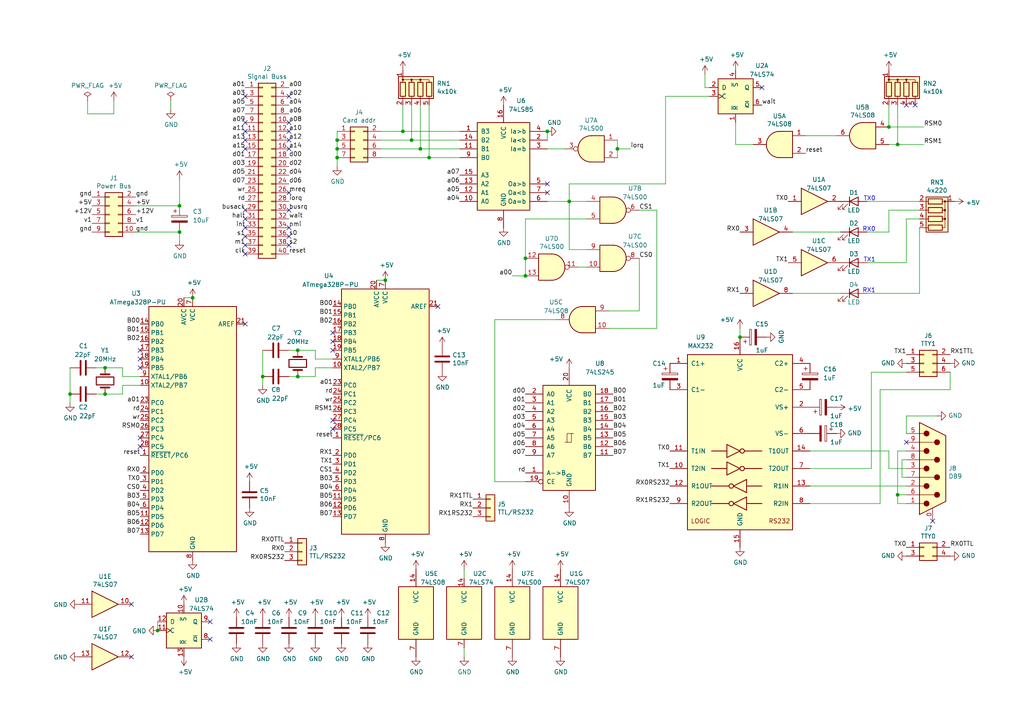
<source format=kicad_sch>
(kicad_sch (version 20211123) (generator eeschema)
  (paper "A4")
  (title_block (title "Serial Communication Card for Z80 Modular Computer") (comment 1 "250kbps (maximum speed).") (comment 2 "Each port can be configured to work on a different baud rate. The initial setup is 8N1,") (comment 3 "work with RS232 or TTL signal. Due to limited space, only TTY0 has a DB9 connector.") (comment 4 "This card has two independent serial ports. Each port can be configured via jumper to "))
  (junction (at 124.46 45.72))
  (junction (at 214.63 97.79))
  (junction (at 86.36 101.6))
  (junction (at 30.48 114.3))
  (junction (at 116.84 38.1))
  (junction (at 179.07 43.18))
  (junction (at 97.79 43.18))
  (junction (at 257.81 36.83))
  (junction (at 55.88 86.36))
  (junction (at 158.75 38.1))
  (junction (at 52.07 59.69))
  (junction (at 30.48 106.68))
  (junction (at 260.35 41.91))
  (junction (at 20.32 114.3))
  (junction (at 52.07 67.31))
  (junction (at 152.4 80.01))
  (junction (at 165.1 58.42))
  (junction (at 260.35 143.51))
  (junction (at 45.72 182.88))
  (junction (at 97.79 45.72))
  (junction (at 97.79 40.64))
  (junction (at 111.76 81.28))
  (junction (at 119.38 40.64))
  (junction (at 76.2 109.22))
  (junction (at 86.36 109.22))
  (junction (at 152.4 74.93))
  (junction (at 121.92 43.18))
  (no_connect (at 40.64 104.14))
  (no_connect (at 60.96 185.42))
  (no_connect (at 96.52 96.52))
  (no_connect (at 71.12 68.58))
  (no_connect (at 158.75 53.34))
  (no_connect (at 270.51 151.13))
  (no_connect (at 265.43 30.48))
  (no_connect (at 71.12 27.94))
  (no_connect (at 158.75 55.88))
  (no_connect (at 83.82 43.18))
  (no_connect (at 71.12 40.64))
  (no_connect (at 83.82 55.88))
  (no_connect (at 71.12 71.12))
  (no_connect (at 71.12 43.18))
  (no_connect (at 38.1 175.26))
  (no_connect (at 60.96 180.34))
  (no_connect (at 71.12 93.98))
  (no_connect (at 71.12 60.96))
  (no_connect (at 71.12 35.56))
  (no_connect (at 83.82 40.64))
  (no_connect (at 96.52 124.46))
  (no_connect (at 83.82 27.94))
  (no_connect (at 40.64 129.54))
  (no_connect (at 83.82 60.96))
  (no_connect (at 83.82 35.56))
  (no_connect (at 96.52 101.6))
  (no_connect (at 71.12 66.04))
  (no_connect (at 83.82 71.12))
  (no_connect (at 262.89 30.48))
  (no_connect (at 71.12 73.66))
  (no_connect (at 38.1 190.5))
  (no_connect (at 83.82 68.58))
  (no_connect (at 262.89 128.27))
  (no_connect (at 71.12 63.5))
  (no_connect (at 40.64 106.68))
  (no_connect (at 220.98 25.4))
  (no_connect (at 40.64 101.6))
  (no_connect (at 96.52 99.06))
  (no_connect (at 83.82 38.1))
  (no_connect (at 71.12 38.1))
  (no_connect (at 127 88.9))
  (no_connect (at 40.64 127))
  (no_connect (at 96.52 121.92))
  (no_connect (at 83.82 66.04))
  (wire (pts (xy 229.87 67.31) (xy 243.84 67.31)))
  (wire (pts (xy 260.35 146.05) (xy 262.89 146.05)))
  (wire (pts (xy 52.07 52.07) (xy 52.07 59.69)))
  (wire (pts (xy 262.89 76.2) (xy 251.46 76.2)))
  (wire (pts (xy 170.18 72.39) (xy 165.1 72.39)))
  (wire (pts (xy 86.36 101.6) (xy 91.44 101.6)))
  (wire (pts (xy 119.38 30.48) (xy 119.38 40.64)))
  (wire (pts (xy 252.73 107.95) (xy 262.89 107.95)))
  (wire (pts (xy 262.89 63.5) (xy 266.7 63.5)))
  (wire (pts (xy 262.89 130.81) (xy 260.35 130.81)))
  (wire (pts (xy 30.48 114.3) (xy 35.56 114.3)))
  (wire (pts (xy 266.7 66.04) (xy 266.7 85.09)))
  (wire (pts (xy 185.42 60.96) (xy 190.5 60.96)))
  (wire (pts (xy 234.95 130.81) (xy 257.81 130.81)))
  (wire (pts (xy 165.1 53.34) (xy 165.1 58.42)))
  (wire (pts (xy 133.35 45.72) (xy 124.46 45.72)))
  (wire (pts (xy 167.64 77.47) (xy 170.18 77.47)))
  (wire (pts (xy 205.74 27.94) (xy 193.04 27.94)))
  (wire (pts (xy 262.89 138.43) (xy 261.62 138.43)))
  (wire (pts (xy 262.89 140.97) (xy 234.95 140.97)))
  (wire (pts (xy 214.63 95.25) (xy 214.63 97.79)))
  (wire (pts (xy 266.7 85.09) (xy 251.46 85.09)))
  (wire (pts (xy 257.81 130.81) (xy 257.81 135.89)))
  (wire (pts (xy 275.59 113.03) (xy 255.27 113.03)))
  (wire (pts (xy 204.47 25.4) (xy 204.47 21.59)))
  (wire (pts (xy 255.27 113.03) (xy 255.27 146.05)))
  (wire (pts (xy 110.49 38.1) (xy 116.84 38.1)))
  (wire (pts (xy 91.44 106.68) (xy 91.44 109.22)))
  (wire (pts (xy 262.89 143.51) (xy 260.35 143.51)))
  (wire (pts (xy 260.35 130.81) (xy 260.35 143.51)))
  (wire (pts (xy 152.4 63.5) (xy 152.4 74.93)))
  (wire (pts (xy 45.72 180.34) (xy 45.72 182.88)))
  (wire (pts (xy 109.22 81.28) (xy 111.76 81.28)))
  (wire (pts (xy 261.62 138.43) (xy 261.62 133.35)))
  (wire (pts (xy 27.94 114.3) (xy 30.48 114.3)))
  (wire (pts (xy 257.81 60.96) (xy 257.81 67.31)))
  (wire (pts (xy 260.35 30.48) (xy 260.35 41.91)))
  (wire (pts (xy 190.5 60.96) (xy 190.5 95.25)))
  (wire (pts (xy 185.42 90.17) (xy 176.53 90.17)))
  (wire (pts (xy 40.64 111.76) (xy 35.56 111.76)))
  (wire (pts (xy 165.1 72.39) (xy 165.1 58.42)))
  (wire (pts (xy 121.92 30.48) (xy 121.92 43.18)))
  (wire (pts (xy 121.92 43.18) (xy 133.35 43.18)))
  (wire (pts (xy 170.18 58.42) (xy 165.1 58.42)))
  (wire (pts (xy 257.81 41.91) (xy 260.35 41.91)))
  (wire (pts (xy 133.35 40.64) (xy 119.38 40.64)))
  (wire (pts (xy 25.4 33.02) (xy 33.02 33.02)))
  (wire (pts (xy 152.4 80.01) (xy 148.59 80.01)))
  (wire (pts (xy 152.4 74.93) (xy 152.4 80.01)))
  (wire (pts (xy 257.81 30.48) (xy 257.81 36.83)))
  (wire (pts (xy 86.36 109.22) (xy 91.44 109.22)))
  (wire (pts (xy 275.59 107.95) (xy 275.59 113.03)))
  (wire (pts (xy 213.36 41.91) (xy 213.36 35.56)))
  (wire (pts (xy 143.51 139.7) (xy 143.51 92.71)))
  (wire (pts (xy 257.81 67.31) (xy 251.46 67.31)))
  (wire (pts (xy 252.73 135.89) (xy 234.95 135.89)))
  (wire (pts (xy 134.62 165.1) (xy 134.62 167.64)))
  (wire (pts (xy 257.81 60.96) (xy 266.7 60.96)))
  (wire (pts (xy 260.35 143.51) (xy 260.35 146.05)))
  (wire (pts (xy 193.04 27.94) (xy 193.04 53.34)))
  (wire (pts (xy 257.81 36.83) (xy 267.97 36.83)))
  (wire (pts (xy 158.75 40.64) (xy 158.75 38.1)))
  (wire (pts (xy 134.62 187.96) (xy 134.62 190.5)))
  (wire (pts (xy 179.07 40.64) (xy 179.07 43.18)))
  (wire (pts (xy 260.35 41.91) (xy 267.97 41.91)))
  (wire (pts (xy 165.1 53.34) (xy 193.04 53.34)))
  (wire (pts (xy 152.4 139.7) (xy 143.51 139.7)))
  (wire (pts (xy 262.89 63.5) (xy 262.89 76.2)))
  (wire (pts (xy 53.34 86.36) (xy 55.88 86.36)))
  (wire (pts (xy 110.49 43.18) (xy 121.92 43.18)))
  (wire (pts (xy 119.38 40.64) (xy 110.49 40.64)))
  (wire (pts (xy 124.46 45.72) (xy 110.49 45.72)))
  (wire (pts (xy 25.4 29.21) (xy 25.4 33.02)))
  (wire (pts (xy 76.2 101.6) (xy 76.2 109.22)))
  (wire (pts (xy 179.07 43.18) (xy 179.07 45.72)))
  (wire (pts (xy 158.75 43.18) (xy 163.83 43.18)))
  (wire (pts (xy 20.32 106.68) (xy 20.32 114.3)))
  (wire (pts (xy 40.64 109.22) (xy 35.56 109.22)))
  (wire (pts (xy 251.46 58.42) (xy 266.7 58.42)))
  (wire (pts (xy 20.32 114.3) (xy 20.32 116.84)))
  (wire (pts (xy 30.48 106.68) (xy 35.56 106.68)))
  (wire (pts (xy 97.79 40.64) (xy 97.79 43.18)))
  (wire (pts (xy 83.82 109.22) (xy 86.36 109.22)))
  (wire (pts (xy 76.2 109.22) (xy 76.2 111.76)))
  (wire (pts (xy 27.94 106.68) (xy 30.48 106.68)))
  (wire (pts (xy 158.75 58.42) (xy 165.1 58.42)))
  (wire (pts (xy 52.07 69.85) (xy 52.07 67.31)))
  (wire (pts (xy 190.5 95.25) (xy 176.53 95.25)))
  (wire (pts (xy 96.52 106.68) (xy 91.44 106.68)))
  (wire (pts (xy 33.02 33.02) (xy 33.02 29.21)))
  (wire (pts (xy 97.79 43.18) (xy 97.79 45.72)))
  (wire (pts (xy 124.46 30.48) (xy 124.46 45.72)))
  (wire (pts (xy 116.84 30.48) (xy 116.84 38.1)))
  (wire (pts (xy 35.56 109.22) (xy 35.56 106.68)))
  (wire (pts (xy 170.18 63.5) (xy 152.4 63.5)))
  (wire (pts (xy 271.78 120.65) (xy 262.89 120.65)))
  (wire (pts (xy 262.89 120.65) (xy 262.89 125.73)))
  (wire (pts (xy 97.79 45.72) (xy 97.79 48.26)))
  (wire (pts (xy 179.07 43.18) (xy 182.88 43.18)))
  (wire (pts (xy 97.79 38.1) (xy 97.79 40.64)))
  (wire (pts (xy 49.53 29.21) (xy 49.53 31.75)))
  (wire (pts (xy 252.73 107.95) (xy 252.73 135.89)))
  (wire (pts (xy 96.52 104.14) (xy 91.44 104.14)))
  (wire (pts (xy 257.81 135.89) (xy 262.89 135.89)))
  (wire (pts (xy 205.74 25.4) (xy 204.47 25.4)))
  (wire (pts (xy 116.84 38.1) (xy 133.35 38.1)))
  (wire (pts (xy 35.56 111.76) (xy 35.56 114.3)))
  (wire (pts (xy 218.44 41.91) (xy 213.36 41.91)))
  (wire (pts (xy 234.95 146.05) (xy 255.27 146.05)))
  (wire (pts (xy 143.51 92.71) (xy 161.29 92.71)))
  (wire (pts (xy 52.07 59.69) (xy 39.37 59.69)))
  (wire (pts (xy 91.44 104.14) (xy 91.44 101.6)))
  (wire (pts (xy 261.62 133.35) (xy 262.89 133.35)))
  (wire (pts (xy 83.82 101.6) (xy 86.36 101.6)))
  (wire (pts (xy 185.42 74.93) (xy 185.42 90.17)))
  (wire (pts (xy 233.68 39.37) (xy 242.57 39.37)))
  (wire (pts (xy 52.07 67.31) (xy 39.37 67.31)))
  (wire (pts (xy 229.87 85.09) (xy 243.84 85.09)))
  (text "RX1" (at 254 85.09 180) (effects (font (size 1.27 1.27)) (justify right bottom)))
  (text "RX0" (at 254 67.31 180) (effects (font (size 1.27 1.27)) (justify right bottom)))
  (text "TX1" (at 254 76.2 180) (effects (font (size 1.27 1.27)) (justify right bottom)))
  (text "TX0" (at 254 58.42 180) (effects (font (size 1.27 1.27)) (justify right bottom)))
  (label "d05" (at 71.12 50.8 180))
  (label "RX0" (at 40.64 137.16 180))
  (label "d06" (at 152.4 129.54 180))
  (label "d00" (at 152.4 114.3 180))
  (label "CS0" (at 40.64 142.24 180))
  (label "reset" (at 83.82 73.66 0))
  (label "v1" (at 26.67 64.77 180))
  (label "gnd" (at 26.67 67.31 180))
  (label "rd" (at 71.12 58.42 180))
  (label "iorq" (at 83.82 58.42 0))
  (label "CS0" (at 185.42 74.93 0))
  (label "busack" (at 71.12 60.96 180))
  (label "gnd" (at 39.37 67.31 0))
  (label "a06" (at 83.82 33.02 0))
  (label "+12V" (at 39.37 62.23 0))
  (label "a01" (at 96.52 111.76 180))
  (label "a12" (at 83.82 40.64 0))
  (label "RX1RS232" (at 137.16 149.86 180))
  (label "B05" (at 40.64 149.86 180))
  (label "wr" (at 71.12 55.88 180))
  (label "d03" (at 152.4 121.92 180))
  (label "a05" (at 133.35 55.88 180))
  (label "a00" (at 83.82 25.4 0))
  (label "CS1" (at 96.52 137.16 180))
  (label "RSM0" (at 267.97 36.83 0))
  (label "a07" (at 71.12 33.02 180))
  (label "RX1" (at 96.52 132.08 180))
  (label "B03" (at 40.64 144.78 180))
  (label "s0" (at 83.82 68.58 0))
  (label "TX1" (at 96.52 134.62 180))
  (label "int" (at 71.12 66.04 180))
  (label "TX1" (at 194.31 135.89 180))
  (label "B03" (at 96.52 139.7 180))
  (label "a01" (at 40.64 116.84 180))
  (label "TX1" (at 228.6 76.2 180))
  (label "B05" (at 177.8 127 0))
  (label "RX1" (at 214.63 85.09 180))
  (label "wr" (at 96.52 116.84 180))
  (label "mreq" (at 83.82 55.88 0))
  (label "a05" (at 71.12 30.48 180))
  (label "d02" (at 83.82 48.26 0))
  (label "RX0RS232" (at 82.55 162.56 180))
  (label "+12V" (at 26.67 62.23 180))
  (label "B04" (at 177.8 124.46 0))
  (label "B01" (at 40.64 96.52 180))
  (label "d03" (at 71.12 48.26 180))
  (label "+5V" (at 39.37 59.69 0))
  (label "B07" (at 96.52 149.86 180))
  (label "TX0" (at 194.31 130.81 180))
  (label "reset" (at 233.68 44.45 0))
  (label "B02" (at 177.8 119.38 0))
  (label "RX0" (at 214.63 67.31 180))
  (label "a15" (at 71.12 43.18 180))
  (label "TX0" (at 40.64 139.7 180))
  (label "a08" (at 83.82 35.56 0))
  (label "rd" (at 152.4 137.16 180))
  (label "rd" (at 40.64 119.38 180))
  (label "a10" (at 83.82 38.1 0))
  (label "RX0TTL" (at 82.55 157.48 180))
  (label "s1" (at 71.12 68.58 180))
  (label "d00" (at 83.82 45.72 0))
  (label "RX1RS232" (at 194.31 146.05 180))
  (label "+5V" (at 26.67 59.69 180))
  (label "wait" (at 83.82 63.5 0))
  (label "gnd" (at 26.67 57.15 180))
  (label "a11" (at 71.12 38.1 180))
  (label "B04" (at 40.64 147.32 180))
  (label "a01" (at 71.12 25.4 180))
  (label "B07" (at 177.8 132.08 0))
  (label "RSM1" (at 267.97 41.91 0))
  (label "RX1TTL" (at 137.16 144.78 180))
  (label "d04" (at 152.4 124.46 180))
  (label "a04" (at 83.82 30.48 0))
  (label "RX0TTL" (at 275.59 158.75 0))
  (label "B00" (at 96.52 88.9 180))
  (label "TX1" (at 262.89 102.87 180))
  (label "a09" (at 71.12 35.56 180))
  (label "d01" (at 71.12 45.72 180))
  (label "B04" (at 96.52 142.24 180))
  (label "a13" (at 71.12 40.64 180))
  (label "v1" (at 39.37 64.77 0))
  (label "wr" (at 40.64 121.92 180))
  (label "RX1TTL" (at 275.59 102.87 0))
  (label "a00" (at 148.59 80.01 180))
  (label "B01" (at 177.8 116.84 0))
  (label "m1" (at 71.12 71.12 180))
  (label "RX0" (at 82.55 160.02 180))
  (label "wait" (at 220.98 30.48 0))
  (label "iorq" (at 182.88 43.18 0))
  (label "B07" (at 40.64 154.94 180))
  (label "RSM1" (at 96.52 119.38 180))
  (label "TX0" (at 262.89 158.75 180))
  (label "B01" (at 96.52 91.44 180))
  (label "d04" (at 83.82 50.8 0))
  (label "RSM0" (at 40.64 124.46 180))
  (label "d02" (at 152.4 119.38 180))
  (label "reset" (at 96.52 127 180))
  (label "a04" (at 133.35 58.42 180))
  (label "B03" (at 177.8 121.92 0))
  (label "reset" (at 40.64 132.08 180))
  (label "d05" (at 152.4 127 180))
  (label "TX0" (at 228.6 58.42 180))
  (label "clk" (at 71.12 73.66 180))
  (label "RX0RS232" (at 194.31 140.97 180))
  (label "a07" (at 133.35 50.8 180))
  (label "halt" (at 71.12 63.5 180))
  (label "d06" (at 83.82 53.34 0))
  (label "nmi" (at 83.82 66.04 0))
  (label "d07" (at 152.4 132.08 180))
  (label "a03" (at 71.12 27.94 180))
  (label "d01" (at 152.4 116.84 180))
  (label "RX1" (at 137.16 147.32 180))
  (label "B06" (at 40.64 152.4 180))
  (label "B06" (at 177.8 129.54 0))
  (label "s2" (at 83.82 71.12 0))
  (label "a06" (at 133.35 53.34 180))
  (label "a02" (at 83.82 27.94 0))
  (label "rd" (at 96.52 114.3 180))
  (label "B05" (at 96.52 144.78 180))
  (label "a14" (at 83.82 43.18 0))
  (label "d07" (at 71.12 53.34 180))
  (label "B02" (at 96.52 93.98 180))
  (label "busrq" (at 83.82 60.96 0))
  (label "B00" (at 177.8 114.3 0))
  (label "B06" (at 96.52 147.32 180))
  (label "B00" (at 40.64 93.98 180))
  (label "gnd" (at 39.37 57.15 0))
  (label "CS1" (at 185.42 60.96 0))
  (label "B02" (at 40.64 99.06 180))
  (symbol (lib_id "Connector_Generic:Conn_02x05_Odd_Even") (at 31.75 62.23 0) (unit 1)
    (property "Reference" "J1" (at 33.02 51.6382 0))
    (property "Value" "Power Bus" (at 33.02 53.9496 0))
    (property "Footprint" "Connector_PinHeader_2.54mm:PinHeader_2x05_P2.54mm_Vertical" (effects hide))
  )
  (symbol (lib_id "Connector_Generic:Conn_02x20_Odd_Even") (at 76.2 48.26 0) (unit 1)
    (property "Reference" "J2" (at 77.47 19.8882 0))
    (property "Value" "Signal Buss" (at 77.47 22.1996 0))
    (property "Footprint" "Connector_PinHeader_2.54mm:PinHeader_2x20_P2.54mm_Vertical" (effects hide))
  )
  (symbol (lib_id "power:+5V") (at 52.07 52.07 0) (unit 1)
    (property "Reference" "#PWR08" (effects hide))
    (property "Value" "+5V" (at 52.451 47.6758 0))
  )
  (symbol (lib_id "power:GND") (at 52.07 69.85 0) (unit 1)
    (property "Reference" "#PWR09" (effects hide))
    (property "Value" "GND" (at 52.197 74.2442 0))
  )
  (symbol (lib_id "power:PWR_FLAG") (at 25.4 29.21 0) (unit 1)
    (property "Reference" "#FLG01" (effects hide))
    (property "Value" "PWR_FLAG" (at 25.4 24.8158 0))
  )
  (symbol (lib_id "power:PWR_FLAG") (at 49.53 29.21 0) (unit 1)
    (property "Reference" "#FLG02" (effects hide))
    (property "Value" "PWR_FLAG" (at 49.53 24.8158 0))
  )
  (symbol (lib_id "power:GND") (at 49.53 31.75 0) (unit 1)
    (property "Reference" "#PWR07" (effects hide))
    (property "Value" "GND" (at 49.657 36.1442 0))
  )
  (symbol (lib_id "power:+5V") (at 33.02 29.21 0) (unit 1)
    (property "Reference" "#PWR05" (effects hide))
    (property "Value" "+5V" (at 33.401 24.8158 0))
  )
  (symbol (lib_id "74xx:74LS07") (at 236.22 58.42 0) (unit 1)
    (property "Reference" "U1" (at 237.49 52.07 0))
    (property "Value" "74LS07" (at 237.49 54.61 0))
    (property "Footprint" "Package_DIP:DIP-14_W7.62mm_Socket_LongPads" (effects hide))
    (property "Datasheet" "www.ti.com/lit/ds/symlink/sn74ls07.pdf" (effects hide))
  )
  (symbol (lib_id "Interface_UART:MAX232") (at 214.63 128.27 0) (unit 1)
    (property "Reference" "U9" (at 203.2 97.79 0))
    (property "Value" "MAX232" (at 203.2 100.33 0))
    (property "Footprint" "Package_DIP:DIP-16_W7.62mm_Socket_LongPads" (effects hide))
    (property "Datasheet" "http://www.ti.com/lit/ds/symlink/max232.pdf" (effects hide))
  )
  (symbol (lib_id "74xx:74LS07") (at 222.25 67.31 0) (unit 2)
    (property "Reference" "U1" (at 223.52 60.96 0))
    (property "Value" "74LS07" (at 223.52 63.5 0))
    (property "Footprint" "Package_DIP:DIP-14_W7.62mm_Socket_LongPads" (effects hide))
    (property "Datasheet" "www.ti.com/lit/ds/symlink/sn74ls07.pdf" (effects hide))
  )
  (symbol (lib_id "74xx:74LS07") (at 236.22 76.2 0) (unit 3)
    (property "Reference" "U1" (at 237.49 69.85 0))
    (property "Value" "74LS07" (at 237.49 72.39 0))
    (property "Footprint" "Package_DIP:DIP-14_W7.62mm_Socket_LongPads" (effects hide))
    (property "Datasheet" "www.ti.com/lit/ds/symlink/sn74ls07.pdf" (effects hide))
  )
  (symbol (lib_id "74xx:74LS07") (at 222.25 85.09 0) (unit 4)
    (property "Reference" "U1" (at 223.52 78.74 0))
    (property "Value" "74LS07" (at 223.52 81.28 0))
    (property "Footprint" "Package_DIP:DIP-14_W7.62mm_Socket_LongPads" (effects hide))
    (property "Datasheet" "www.ti.com/lit/ds/symlink/sn74ls07.pdf" (effects hide))
  )
  (symbol (lib_id "74xx:74LS07") (at 30.48 175.26 0) (unit 5)
    (property "Reference" "U1" (at 30.48 167.2082 0))
    (property "Value" "74LS07" (at 30.48 169.5196 0))
    (property "Footprint" "Package_DIP:DIP-14_W7.62mm_Socket_LongPads" (effects hide))
    (property "Datasheet" "www.ti.com/lit/ds/symlink/sn74ls07.pdf" (effects hide))
  )
  (symbol (lib_id "74xx:74LS07") (at 30.48 190.5 0) (unit 6)
    (property "Reference" "U1" (at 30.48 182.4482 0))
    (property "Value" "74LS07" (at 30.48 184.7596 0))
    (property "Footprint" "Package_DIP:DIP-14_W7.62mm_Socket_LongPads" (effects hide))
    (property "Datasheet" "www.ti.com/lit/ds/symlink/sn74ls07.pdf" (effects hide))
  )
  (symbol (lib_id "74xx:74LS07") (at 162.56 177.8 0) (unit 7)
    (property "Reference" "U1" (at 165.1 166.37 0) (effects (justify left)))
    (property "Value" "74LS07" (at 163.83 168.91 0) (effects (justify left)))
    (property "Footprint" "Package_DIP:DIP-14_W7.62mm_Socket_LongPads" (effects hide))
    (property "Datasheet" "www.ti.com/lit/ds/symlink/sn74ls07.pdf" (effects hide))
  )
  (symbol (lib_id "Device:LED") (at 247.65 58.42 0) (unit 1)
    (property "Reference" "D1" (at 247.65 55.88 0))
    (property "Value" "LED" (at 247.65 60.96 0))
    (property "Footprint" "LED_THT:LED_D3.0mm" (effects hide))
  )
  (symbol (lib_id "Device:LED") (at 247.65 67.31 0) (unit 1)
    (property "Reference" "D2" (at 247.65 64.77 0))
    (property "Value" "LED" (at 247.65 69.85 0))
    (property "Footprint" "LED_THT:LED_D3.0mm" (effects hide))
  )
  (symbol (lib_id "Device:R_Network04") (at 271.78 63.5 270) (unit 1)
    (property "Reference" "RN3" (at 271.78 52.9082 90))
    (property "Value" "4x220" (at 271.78 55.2196 90))
    (property "Footprint" "Resistor_THT:R_Array_SIP5" (effects hide))
    (property "Datasheet" "http://www.vishay.com/docs/31509/csc.pdf" (effects hide))
  )
  (symbol (lib_id "power:+5V") (at 276.86 58.42 270) (unit 1)
    (property "Reference" "#PWR061" (effects hide))
    (property "Value" "+5V" (at 280.1112 58.801 90) (effects (justify left)))
  )
  (symbol (lib_id "power:GND") (at 22.86 175.26 270) (unit 1)
    (property "Reference" "#PWR02" (effects hide))
    (property "Value" "GND" (at 19.6088 175.387 90) (effects (justify right)))
  )
  (symbol (lib_id "power:GND") (at 22.86 190.5 270) (unit 1)
    (property "Reference" "#PWR03" (effects hide))
    (property "Value" "GND" (at 19.6088 190.627 90) (effects (justify right)))
  )
  (symbol (lib_id "Connector:DB9_Male_MountingHoles") (at 270.51 135.89 0) (unit 1)
    (property "Reference" "J8" (at 275.082 135.8392 0) (effects (justify left)))
    (property "Value" "DB9" (at 275.082 138.1506 0) (effects (justify left)))
    (property "Footprint" "Connector_Dsub:DSUB-9_Male_Horizontal_P2.77x2.84mm_EdgePinOffset4.94mm_Housed_MountingHolesOffset7.48mm" (effects hide))
    (property "Datasheet" " ~" (effects hide))
  )
  (symbol (lib_id "power:GND") (at 162.56 190.5 0) (unit 1)
    (property "Reference" "#PWR045" (effects hide))
    (property "Value" "GND" (at 162.687 194.8942 0))
  )
  (symbol (lib_id "power:+5V") (at 162.56 165.1 0) (unit 1)
    (property "Reference" "#PWR044" (effects hide))
    (property "Value" "+5V" (at 162.941 160.7058 0))
  )
  (symbol (lib_id "Device:C") (at 68.58 182.88 0) (unit 1)
    (property "Reference" "C4" (at 71.12 177.8 0) (effects (justify left)))
    (property "Value" "10nF" (at 69.85 180.34 0) (effects (justify left)))
    (property "Footprint" "Capacitor_THT:C_Disc_D3.8mm_W2.6mm_P2.50mm" (effects hide))
  )
  (symbol (lib_id "Device:C") (at 76.2 182.88 0) (unit 1)
    (property "Reference" "C6" (at 78.74 177.8 0) (effects (justify left)))
    (property "Value" "10nF" (at 77.47 180.34 0) (effects (justify left)))
    (property "Footprint" "Capacitor_THT:C_Disc_D3.8mm_W2.6mm_P2.50mm" (effects hide))
  )
  (symbol (lib_id "Device:C") (at 83.82 182.88 0) (unit 1)
    (property "Reference" "C9" (at 86.36 177.8 0) (effects (justify left)))
    (property "Value" "10nF" (at 85.09 180.34 0) (effects (justify left)))
    (property "Footprint" "Capacitor_THT:C_Disc_D3.8mm_W2.6mm_P2.50mm" (effects hide))
  )
  (symbol (lib_id "power:GND") (at 68.58 186.69 0) (unit 1)
    (property "Reference" "#PWR015" (effects hide))
    (property "Value" "GND" (at 68.707 191.0842 0))
  )
  (symbol (lib_id "power:GND") (at 76.2 186.69 0) (unit 1)
    (property "Reference" "#PWR020" (effects hide))
    (property "Value" "GND" (at 76.327 191.0842 0))
  )
  (symbol (lib_id "power:GND") (at 83.82 186.69 0) (unit 1)
    (property "Reference" "#PWR022" (effects hide))
    (property "Value" "GND" (at 83.947 191.0842 0))
  )
  (symbol (lib_id "power:+5V") (at 68.58 179.07 0) (unit 1)
    (property "Reference" "#PWR014" (effects hide))
    (property "Value" "+5V" (at 68.961 174.6758 0))
  )
  (symbol (lib_id "power:+5V") (at 76.2 179.07 0) (unit 1)
    (property "Reference" "#PWR019" (effects hide))
    (property "Value" "+5V" (at 76.581 174.6758 0))
  )
  (symbol (lib_id "power:+5V") (at 83.82 179.07 0) (unit 1)
    (property "Reference" "#PWR021" (effects hide))
    (property "Value" "+5V" (at 84.201 174.6758 0))
  )
  (symbol (lib_id "power:GND") (at 242.57 125.73 90) (unit 1)
    (property "Reference" "#PWR054" (effects hide))
    (property "Value" "GND" (at 245.8212 125.603 90) (effects (justify right)))
  )
  (symbol (lib_id "power:+5V") (at 242.57 118.11 270) (unit 1)
    (property "Reference" "#PWR053" (effects hide))
    (property "Value" "+5V" (at 245.8212 118.491 90) (effects (justify left)))
  )
  (symbol (lib_id "power:GND") (at 214.63 158.75 0) (unit 1)
    (property "Reference" "#PWR051" (effects hide))
    (property "Value" "GND" (at 214.757 163.1442 0))
  )
  (symbol (lib_id "power:GND") (at 262.89 161.29 270) (mirror x) (unit 1)
    (property "Reference" "#PWR057" (effects hide))
    (property "Value" "GND" (at 259.6388 161.163 90) (effects (justify right)))
  )
  (symbol (lib_id "power:+5V") (at 214.63 95.25 0) (unit 1)
    (property "Reference" "#PWR050" (effects hide))
    (property "Value" "+5V" (at 210.82 92.71 0))
  )
  (symbol (lib_id "power:GND") (at 222.25 97.79 90) (unit 1)
    (property "Reference" "#PWR052" (effects hide))
    (property "Value" "GND" (at 226.6442 97.663 0))
  )
  (symbol (lib_id "TTY-rescue:ATmega328P-PU-MCU_Microchip_ATmega") (at 55.88 124.46 0) (mirror y) (unit 1)
    (property "Reference" "U3" (at 38.1 85.09 0) (effects (justify right)))
    (property "Value" "ATmega328P-PU" (at 31.75 87.63 0) (effects (justify right)))
    (property "Footprint" "Package_DIP:DIP-28_W7.62mm_Socket_LongPads" (effects hide))
    (property "Datasheet" "http://ww1.microchip.com/downloads/en/DeviceDoc/ATmega328_P%20AVR%20MCU%20with%20picoPower%20Technology%20Data%20Sheet%2040001984A.pdf" (effects hide))
  )
  (symbol (lib_id "Device:Crystal") (at 30.48 110.49 270) (unit 1)
    (property "Reference" "Y1" (at 30.48 101.6 90))
    (property "Value" "20MHz" (at 30.48 104.14 90))
    (property "Footprint" "Crystal:Crystal_HC49-U_Vertical" (effects hide))
  )
  (symbol (lib_id "Device:C") (at 24.13 114.3 270) (unit 1)
    (property "Reference" "C2" (at 24.13 118.11 90))
    (property "Value" "22pF" (at 25.4 120.65 90))
    (property "Footprint" "Capacitor_THT:C_Disc_D3.8mm_W2.6mm_P2.50mm" (effects hide))
  )
  (symbol (lib_id "Device:C") (at 24.13 106.68 270) (unit 1)
    (property "Reference" "C1" (at 22.86 100.33 90) (effects (justify left)))
    (property "Value" "22pF" (at 21.59 102.87 90) (effects (justify left)))
    (property "Footprint" "Capacitor_THT:C_Disc_D3.8mm_W2.6mm_P2.50mm" (effects hide))
  )
  (symbol (lib_id "power:GND") (at 20.32 116.84 0) (unit 1)
    (property "Reference" "#PWR01" (effects hide))
    (property "Value" "GND" (at 20.447 121.2342 0))
  )
  (symbol (lib_id "power:GND") (at 55.88 162.56 0) (unit 1)
    (property "Reference" "#PWR013" (effects hide))
    (property "Value" "GND" (at 56.007 166.9542 0))
  )
  (symbol (lib_id "power:+5V") (at 55.88 86.36 0) (unit 1)
    (property "Reference" "#PWR012" (effects hide))
    (property "Value" "+5V" (at 56.261 81.9658 0))
  )
  (symbol (lib_id "74xx:74LS85") (at 146.05 48.26 0) (unit 1)
    (property "Reference" "U6" (at 151.13 29.21 0))
    (property "Value" "74LS85" (at 151.13 31.75 0))
    (property "Footprint" "Package_DIP:DIP-16_W7.62mm_Socket_LongPads" (effects hide))
    (property "Datasheet" "http://www.ti.com/lit/gpn/sn74LS85" (effects hide))
  )
  (symbol (lib_id "Device:R_Network04") (at 121.92 25.4 0) (unit 1)
    (property "Reference" "RN1" (at 126.6952 24.2316 0) (effects (justify left)))
    (property "Value" "4x10k" (at 126.6952 26.543 0) (effects (justify left)))
    (property "Footprint" "Resistor_THT:R_Array_SIP5" (effects hide))
    (property "Datasheet" "http://www.vishay.com/docs/31509/csc.pdf" (effects hide))
  )
  (symbol (lib_id "Connector_Generic:Conn_02x04_Odd_Even") (at 102.87 40.64 0) (unit 1)
    (property "Reference" "J4" (at 104.14 32.5882 0))
    (property "Value" "Card addr" (at 104.14 34.8996 0))
    (property "Footprint" "Connector_PinHeader_2.54mm:PinHeader_2x04_P2.54mm_Vertical" (effects hide))
  )
  (symbol (lib_id "74xx:74LS00") (at 148.59 177.8 0) (unit 5)
    (property "Reference" "U7" (at 151.13 166.37 0) (effects (justify left)))
    (property "Value" "74LS00" (at 149.86 168.91 0) (effects (justify left)))
    (property "Footprint" "Package_DIP:DIP-14_W7.62mm_Socket_LongPads" (effects hide))
    (property "Datasheet" "http://www.ti.com/lit/gpn/sn74ls00" (effects hide))
  )
  (symbol (lib_id "74xx:74LS00") (at 171.45 43.18 0) (mirror y) (unit 1)
    (property "Reference" "U7" (at 171.45 34.925 0))
    (property "Value" "74LS00" (at 171.45 37.2364 0))
    (property "Footprint" "Package_DIP:DIP-14_W7.62mm_Socket_LongPads" (effects hide))
    (property "Datasheet" "http://www.ti.com/lit/gpn/sn74ls00" (effects hide))
  )
  (symbol (lib_id "74xx:74LS00") (at 177.8 60.96 0) (unit 2)
    (property "Reference" "U7" (at 184.15 54.61 0))
    (property "Value" "74LS00" (at 184.15 57.15 0))
    (property "Footprint" "Package_DIP:DIP-14_W7.62mm_Socket_LongPads" (effects hide))
    (property "Datasheet" "http://www.ti.com/lit/gpn/sn74ls00" (effects hide))
  )
  (symbol (lib_id "74xx:74LS00") (at 177.8 74.93 0) (unit 3)
    (property "Reference" "U7" (at 184.15 68.58 0))
    (property "Value" "74LS00" (at 184.15 71.12 0))
    (property "Footprint" "Package_DIP:DIP-14_W7.62mm_Socket_LongPads" (effects hide))
    (property "Datasheet" "http://www.ti.com/lit/gpn/sn74ls00" (effects hide))
  )
  (symbol (lib_id "74xx:74LS00") (at 160.02 77.47 0) (unit 4)
    (property "Reference" "U7" (at 160.02 69.215 0))
    (property "Value" "74LS00" (at 160.02 71.5264 0))
    (property "Footprint" "Package_DIP:DIP-14_W7.62mm_Socket_LongPads" (effects hide))
    (property "Datasheet" "http://www.ti.com/lit/gpn/sn74ls00" (effects hide))
  )
  (symbol (lib_id "power:GND") (at 146.05 66.04 0) (unit 1)
    (property "Reference" "#PWR040" (effects hide))
    (property "Value" "GND" (at 146.177 70.4342 0))
  )
  (symbol (lib_id "power:GND") (at 158.75 38.1 90) (unit 1)
    (property "Reference" "#PWR043" (effects hide))
    (property "Value" "GND" (at 158.75 35.56 90) (effects (justify right)))
  )
  (symbol (lib_id "power:+5V") (at 116.84 20.32 0) (unit 1)
    (property "Reference" "#PWR032" (effects hide))
    (property "Value" "+5V" (at 117.221 15.9258 0))
  )
  (symbol (lib_id "power:GND") (at 97.79 48.26 0) (unit 1)
    (property "Reference" "#PWR025" (effects hide))
    (property "Value" "GND" (at 97.917 52.6542 0))
  )
  (symbol (lib_id "power:+5V") (at 146.05 30.48 0) (unit 1)
    (property "Reference" "#PWR039" (effects hide))
    (property "Value" "+5V" (at 146.431 26.0858 0))
  )
  (symbol (lib_id "Device:C") (at 91.44 182.88 0) (unit 1)
    (property "Reference" "C10" (at 93.98 177.8 0) (effects (justify left)))
    (property "Value" "10nF" (at 92.71 180.34 0) (effects (justify left)))
    (property "Footprint" "Capacitor_THT:C_Disc_D3.8mm_W2.6mm_P2.50mm" (effects hide))
  )
  (symbol (lib_id "power:GND") (at 91.44 186.69 0) (unit 1)
    (property "Reference" "#PWR024" (effects hide))
    (property "Value" "GND" (at 91.567 191.0842 0))
  )
  (symbol (lib_id "power:+5V") (at 91.44 179.07 0) (unit 1)
    (property "Reference" "#PWR023" (effects hide))
    (property "Value" "+5V" (at 91.821 174.6758 0))
  )
  (symbol (lib_id "power:GND") (at 148.59 190.5 0) (unit 1)
    (property "Reference" "#PWR042" (effects hide))
    (property "Value" "GND" (at 148.717 194.8942 0))
  )
  (symbol (lib_id "power:+5V") (at 148.59 165.1 0) (unit 1)
    (property "Reference" "#PWR041" (effects hide))
    (property "Value" "+5V" (at 148.971 160.7058 0))
  )
  (symbol (lib_id "Connector_Generic:Conn_01x03") (at 87.63 160.02 0) (unit 1)
    (property "Reference" "J3" (at 89.662 158.9532 0) (effects (justify left)))
    (property "Value" "TTL/RS232" (at 89.662 161.2646 0) (effects (justify left)))
    (property "Footprint" "Connector_PinHeader_2.54mm:PinHeader_1x03_P2.54mm_Vertical" (effects hide))
  )
  (symbol (lib_id "74xx:74LS08") (at 226.06 41.91 0) (mirror y) (unit 1)
    (property "Reference" "U5" (at 226.06 33.655 0))
    (property "Value" "74LS08" (at 226.06 35.9664 0))
    (property "Footprint" "Package_DIP:DIP-14_W7.62mm_Socket_LongPads" (effects hide))
    (property "Datasheet" "http://www.ti.com/lit/gpn/sn74LS08" (effects hide))
  )
  (symbol (lib_id "74xx:74LS08") (at 250.19 39.37 0) (mirror y) (unit 2)
    (property "Reference" "U5" (at 250.19 31.115 0))
    (property "Value" "74LS08" (at 250.19 33.4264 0))
    (property "Footprint" "Package_DIP:DIP-14_W7.62mm_Socket_LongPads" (effects hide))
    (property "Datasheet" "http://www.ti.com/lit/gpn/sn74LS08" (effects hide))
  )
  (symbol (lib_id "74xx:74LS08") (at 120.65 177.8 0) (unit 5)
    (property "Reference" "U5" (at 123.19 166.37 0) (effects (justify left)))
    (property "Value" "74LS08" (at 121.92 168.91 0) (effects (justify left)))
    (property "Footprint" "Package_DIP:DIP-14_W7.62mm_Socket_LongPads" (effects hide))
    (property "Datasheet" "http://www.ti.com/lit/gpn/sn74LS08" (effects hide))
  )
  (symbol (lib_id "74xx:74LS74") (at 134.62 177.8 0) (unit 3)
    (property "Reference" "U2" (at 137.16 166.37 0) (effects (justify left)))
    (property "Value" "74LS74" (at 135.89 168.91 0) (effects (justify left)))
    (property "Footprint" "Package_DIP:DIP-14_W7.62mm_Socket_LongPads" (effects hide))
    (property "Datasheet" "74xx/74hc_hct74.pdf" (effects hide))
  )
  (symbol (lib_id "74xx:74LS74") (at 213.36 27.94 0) (unit 1)
    (property "Reference" "U2" (at 220.98 19.05 0))
    (property "Value" "74LS74" (at 220.98 21.59 0))
    (property "Footprint" "Package_DIP:DIP-14_W7.62mm_Socket_LongPads" (effects hide))
    (property "Datasheet" "74xx/74hc_hct74.pdf" (effects hide))
  )
  (symbol (lib_id "Device:R_Network04") (at 262.89 25.4 0) (unit 1)
    (property "Reference" "RN2" (at 267.6652 24.2316 0) (effects (justify left)))
    (property "Value" "4x10k" (at 267.6652 26.543 0) (effects (justify left)))
    (property "Footprint" "Resistor_THT:R_Array_SIP5" (effects hide))
    (property "Datasheet" "http://www.vishay.com/docs/31509/csc.pdf" (effects hide))
  )
  (symbol (lib_id "power:+5V") (at 257.81 20.32 0) (unit 1)
    (property "Reference" "#PWR055" (effects hide))
    (property "Value" "+5V" (at 258.191 15.9258 0))
  )
  (symbol (lib_id "power:+5V") (at 204.47 21.59 0) (unit 1)
    (property "Reference" "#PWR048" (effects hide))
    (property "Value" "+5V" (at 204.851 17.1958 0))
  )
  (symbol (lib_id "power:+5V") (at 120.65 165.1 0) (unit 1)
    (property "Reference" "#PWR033" (effects hide))
    (property "Value" "+5V" (at 121.031 160.7058 0))
  )
  (symbol (lib_id "power:+5V") (at 134.62 165.1 0) (unit 1)
    (property "Reference" "#PWR037" (effects hide))
    (property "Value" "+5V" (at 135.001 160.7058 0))
  )
  (symbol (lib_id "power:GND") (at 120.65 190.5 0) (unit 1)
    (property "Reference" "#PWR034" (effects hide))
    (property "Value" "GND" (at 120.777 194.8942 0))
  )
  (symbol (lib_id "power:GND") (at 134.62 190.5 0) (unit 1)
    (property "Reference" "#PWR038" (effects hide))
    (property "Value" "GND" (at 134.747 194.8942 0))
  )
  (symbol (lib_id "Device:C") (at 99.06 182.88 0) (unit 1)
    (property "Reference" "C11" (at 101.6 177.8 0) (effects (justify left)))
    (property "Value" "10nF" (at 100.33 180.34 0) (effects (justify left)))
    (property "Footprint" "Capacitor_THT:C_Disc_D3.8mm_W2.6mm_P2.50mm" (effects hide))
  )
  (symbol (lib_id "power:GND") (at 99.06 186.69 0) (unit 1)
    (property "Reference" "#PWR027" (effects hide))
    (property "Value" "GND" (at 99.187 191.0842 0))
  )
  (symbol (lib_id "power:+5V") (at 99.06 179.07 0) (unit 1)
    (property "Reference" "#PWR026" (effects hide))
    (property "Value" "+5V" (at 99.441 174.6758 0))
  )
  (symbol (lib_id "Device:C") (at 106.68 182.88 0) (unit 1)
    (property "Reference" "C12" (at 109.22 177.8 0) (effects (justify left)))
    (property "Value" "10nF" (at 107.95 180.34 0) (effects (justify left)))
    (property "Footprint" "Capacitor_THT:C_Disc_D3.8mm_W2.6mm_P2.50mm" (effects hide))
  )
  (symbol (lib_id "power:GND") (at 106.68 186.69 0) (unit 1)
    (property "Reference" "#PWR029" (effects hide))
    (property "Value" "GND" (at 106.807 191.0842 0))
  )
  (symbol (lib_id "power:+5V") (at 106.68 179.07 0) (unit 1)
    (property "Reference" "#PWR028" (effects hide))
    (property "Value" "+5V" (at 107.061 174.6758 0))
  )
  (symbol (lib_id "power:+5V") (at 213.36 20.32 0) (unit 1)
    (property "Reference" "#PWR049" (effects hide))
    (property "Value" "+5V" (at 213.741 15.9258 0))
  )
  (symbol (lib_id "74xx:74LS245") (at 165.1 127 0) (unit 1)
    (property "Reference" "U8" (at 173.99 105.41 0))
    (property "Value" "74LS245" (at 173.99 107.95 0))
    (property "Footprint" "Package_DIP:DIP-20_W7.62mm_Socket_LongPads" (effects hide))
    (property "Datasheet" "http://www.ti.com/lit/gpn/sn74LS245" (effects hide))
  )
  (symbol (lib_id "Device:C") (at 72.39 143.51 0) (unit 1)
    (property "Reference" "C5" (at 75.311 142.3416 0) (effects (justify left)))
    (property "Value" "10nF" (at 75.311 144.653 0) (effects (justify left)))
    (property "Footprint" "Capacitor_THT:C_Disc_D3.8mm_W2.6mm_P2.50mm" (effects hide))
  )
  (symbol (lib_id "power:GND") (at 72.39 147.32 0) (unit 1)
    (property "Reference" "#PWR017" (effects hide))
    (property "Value" "GND" (at 72.517 151.7142 0))
  )
  (symbol (lib_id "power:+5V") (at 72.39 139.7 0) (unit 1)
    (property "Reference" "#PWR016" (effects hide))
    (property "Value" "+5V" (at 72.771 135.3058 0))
  )
  (symbol (lib_id "74xx:74LS08") (at 168.91 92.71 0) (mirror y) (unit 3)
    (property "Reference" "U5" (at 161.29 87.63 0))
    (property "Value" "74LS08" (at 161.29 90.17 0))
    (property "Footprint" "Package_DIP:DIP-14_W7.62mm_Socket_LongPads" (effects hide))
    (property "Datasheet" "http://www.ti.com/lit/gpn/sn74LS08" (effects hide))
  )
  (symbol (lib_id "power:GND") (at 165.1 147.32 0) (unit 1)
    (property "Reference" "#PWR047" (effects hide))
    (property "Value" "GND" (at 165.227 151.7142 0))
  )
  (symbol (lib_id "power:+5V") (at 165.1 106.68 0) (unit 1)
    (property "Reference" "#PWR046" (effects hide))
    (property "Value" "+5V" (at 161.29 104.14 0))
  )
  (symbol (lib_id "Device:LED") (at 247.65 85.09 0) (unit 1)
    (property "Reference" "D4" (at 247.65 82.55 0))
    (property "Value" "LED" (at 247.65 87.63 0))
    (property "Footprint" "LED_THT:LED_D3.0mm" (effects hide))
  )
  (symbol (lib_id "Device:LED") (at 247.65 76.2 0) (unit 1)
    (property "Reference" "D3" (at 247.65 73.66 0))
    (property "Value" "LED" (at 247.65 78.74 0))
    (property "Footprint" "LED_THT:LED_D3.0mm" (effects hide))
  )
  (symbol (lib_id "TTY-rescue:ATmega328P-PU-MCU_Microchip_ATmega") (at 111.76 119.38 0) (mirror y) (unit 1)
    (property "Reference" "U4" (at 93.98 80.01 0) (effects (justify right)))
    (property "Value" "ATmega328P-PU" (at 87.63 82.55 0) (effects (justify right)))
    (property "Footprint" "Package_DIP:DIP-28_W7.62mm_Socket_LongPads" (effects hide))
    (property "Datasheet" "http://ww1.microchip.com/downloads/en/DeviceDoc/ATmega328_P%20AVR%20MCU%20with%20picoPower%20Technology%20Data%20Sheet%2040001984A.pdf" (effects hide))
  )
  (symbol (lib_id "Device:Crystal") (at 86.36 105.41 270) (unit 1)
    (property "Reference" "Y2" (at 86.36 96.52 90))
    (property "Value" "20MHz" (at 86.36 99.06 90))
    (property "Footprint" "Crystal:Crystal_HC49-U_Vertical" (effects hide))
  )
  (symbol (lib_id "Device:C") (at 80.01 109.22 270) (unit 1)
    (property "Reference" "C8" (at 80.01 113.03 90))
    (property "Value" "22pF" (at 81.28 115.57 90))
    (property "Footprint" "Capacitor_THT:C_Disc_D3.8mm_W2.6mm_P2.50mm" (effects hide))
  )
  (symbol (lib_id "Device:C") (at 80.01 101.6 270) (unit 1)
    (property "Reference" "C7" (at 78.74 95.25 90) (effects (justify left)))
    (property "Value" "22pF" (at 77.47 97.79 90) (effects (justify left)))
    (property "Footprint" "Capacitor_THT:C_Disc_D3.8mm_W2.6mm_P2.50mm" (effects hide))
  )
  (symbol (lib_id "power:GND") (at 76.2 111.76 0) (unit 1)
    (property "Reference" "#PWR018" (effects hide))
    (property "Value" "GND" (at 76.327 116.1542 0))
  )
  (symbol (lib_id "power:GND") (at 111.76 157.48 0) (unit 1)
    (property "Reference" "#PWR031" (effects hide))
    (property "Value" "GND" (at 111.887 161.8742 0))
  )
  (symbol (lib_id "power:+5V") (at 111.76 81.28 0) (unit 1)
    (property "Reference" "#PWR030" (effects hide))
    (property "Value" "+5V" (at 112.141 76.8858 0))
  )
  (symbol (lib_id "Connector_Generic:Conn_01x03") (at 142.24 147.32 0) (unit 1)
    (property "Reference" "J5" (at 144.272 146.2532 0) (effects (justify left)))
    (property "Value" "TTL/RS232" (at 144.272 148.5646 0) (effects (justify left)))
    (property "Footprint" "Connector_PinHeader_2.54mm:PinHeader_1x03_P2.54mm_Vertical" (effects hide))
  )
  (symbol (lib_id "Device:C") (at 128.27 104.14 0) (unit 1)
    (property "Reference" "C13" (at 131.191 102.9716 0) (effects (justify left)))
    (property "Value" "10nF" (at 131.191 105.283 0) (effects (justify left)))
    (property "Footprint" "Capacitor_THT:C_Disc_D3.8mm_W2.6mm_P2.50mm" (effects hide))
  )
  (symbol (lib_id "power:GND") (at 128.27 107.95 0) (unit 1)
    (property "Reference" "#PWR036" (effects hide))
    (property "Value" "GND" (at 128.397 112.3442 0))
  )
  (symbol (lib_id "power:+5V") (at 128.27 100.33 0) (unit 1)
    (property "Reference" "#PWR035" (effects hide))
    (property "Value" "+5V" (at 128.651 95.9358 0))
  )
  (symbol (lib_id "Connector_Generic:Conn_02x02_Odd_Even") (at 267.97 158.75 0) (unit 1)
    (property "Reference" "J7" (at 269.24 153.2382 0))
    (property "Value" "TTY0" (at 269.24 155.5496 0))
    (property "Footprint" "Connector_PinHeader_2.54mm:PinHeader_2x02_P2.54mm_Vertical" (effects hide))
  )
  (symbol (lib_id "power:GND") (at 275.59 161.29 90) (unit 1)
    (property "Reference" "#PWR060" (effects hide))
    (property "Value" "GND" (at 278.8412 161.163 90) (effects (justify right)))
  )
  (symbol (lib_id "Connector_Generic:Conn_02x03_Odd_Even") (at 267.97 105.41 0) (unit 1)
    (property "Reference" "J6" (at 269.24 97.3582 0))
    (property "Value" "TTY1" (at 269.24 99.6696 0))
    (property "Footprint" "Connector_PinHeader_2.54mm:PinHeader_2x03_P2.54mm_Vertical" (effects hide))
  )
  (symbol (lib_id "power:GND") (at 262.89 105.41 270) (mirror x) (unit 1)
    (property "Reference" "#PWR056" (effects hide))
    (property "Value" "GND" (at 259.6388 105.283 90) (effects (justify right)))
  )
  (symbol (lib_id "power:GND") (at 275.59 105.41 90) (unit 1)
    (property "Reference" "#PWR059" (effects hide))
    (property "Value" "GND" (at 278.8412 105.283 90) (effects (justify right)))
  )
  (symbol (lib_id "power:GND") (at 271.78 120.65 90) (unit 1)
    (property "Reference" "#PWR058" (effects hide))
    (property "Value" "GND" (at 275.0312 120.523 90) (effects (justify right)))
  )
  (symbol (lib_id "74xx:74LS74") (at 53.34 182.88 0) (unit 2)
    (property "Reference" "U2" (at 58.42 173.99 0))
    (property "Value" "74LS74" (at 58.42 176.53 0))
    (property "Footprint" "Package_DIP:DIP-14_W7.62mm_Socket_LongPads" (effects hide))
    (property "Datasheet" "74xx/74hc_hct74.pdf" (effects hide))
  )
  (symbol (lib_id "power:+5V") (at 53.34 175.26 0) (unit 1)
    (property "Reference" "#PWR010" (effects hide))
    (property "Value" "+5V" (at 53.721 170.8658 0))
  )
  (symbol (lib_id "power:+5V") (at 53.34 190.5 0) (mirror x) (unit 1)
    (property "Reference" "#PWR011" (effects hide))
    (property "Value" "+5V" (at 53.721 194.8942 0))
  )
  (symbol (lib_id "power:GND") (at 45.72 182.88 270) (unit 1)
    (property "Reference" "#PWR06" (effects hide))
    (property "Value" "GND" (at 42.4688 183.007 90) (effects (justify right)))
  )
  (symbol (lib_id "Device:C_Polarized") (at 238.76 118.11 90) (unit 1)
    (property "Reference" "C17" (at 242.57 115.57 90))
    (property "Value" "1uF" (at 242.57 120.65 90))
  )
  (symbol (lib_id "Device:C_Polarized") (at 238.76 125.73 270) (unit 1)
    (property "Reference" "C18" (at 242.57 123.19 90))
    (property "Value" "1uF" (at 242.57 128.27 90))
  )
  (symbol (lib_id "Device:C_Polarized") (at 234.95 109.22 0) (unit 1)
    (property "Reference" "C16" (at 238.76 107.0609 0) (effects (justify left)))
    (property "Value" "1uF" (at 238.76 109.6009 0) (effects (justify left)))
  )
  (symbol (lib_id "Device:C_Polarized") (at 52.07 63.5 0) (unit 1)
    (property "Reference" "C3" (at 55.88 61.3409 0) (effects (justify left)))
    (property "Value" "10uF" (at 55.88 63.8809 0) (effects (justify left)))
  )
  (symbol (lib_id "Device:C_Polarized") (at 218.44 97.79 90) (unit 1)
    (property "Reference" "C15" (at 220.98 93.98 90))
    (property "Value" "1uF" (at 220.98 101.6 90))
  )
  (symbol (lib_id "Device:C_Polarized") (at 194.31 109.22 0) (unit 1)
    (property "Reference" "C14" (at 189.23 105.41 0) (effects (justify left)))
    (property "Value" "1uF" (at 189.23 111.76 0) (effects (justify left)))
  )
)
</source>
